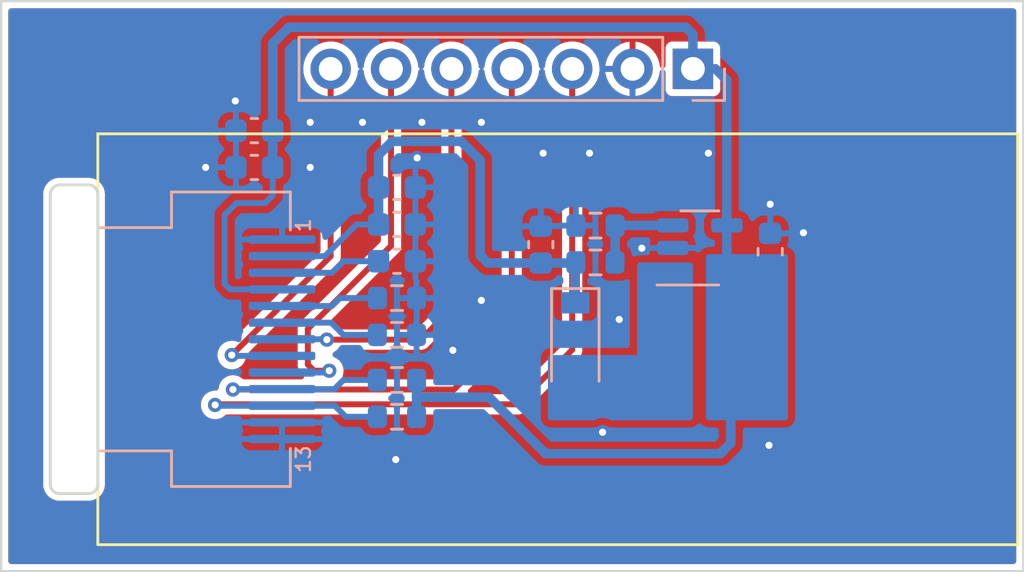
<source format=kicad_pcb>
(kicad_pcb (version 20211014) (generator pcbnew)
  (layers (0 "F.Cu" signal) (31 "B.Cu" signal) (34 "B.Paste" user) (35 "F.Paste" user) (36 "B.SilkS" user "B.Silkscreen") (37 "F.SilkS" user "F.Silkscreen") (38 "B.Mask" user) (39 "F.Mask" user) (44 "Edge.Cuts" user))
  (net 0 "")
  (net 1 "GND")
  (net 2 "VDD")
  (net 3 "+9V")
  (net 4 "Net-(C5-Pad1)")
  (net 5 "Net-(D1-Pad2)")
  (net 6 "DIN")
  (net 7 "CLK")
  (net 8 "CS")
  (net 9 "DC")
  (net 10 "RST")
  (net 11 "Net-(J2-Pad5)")
  (net 12 "Net-(J2-Pad6)")
  (net 13 "Net-(R1-Pad2)")
  (footprint "M17-SmartMic:OLED_Bare" (layer "F.Cu") (at 145.415 83.235)
    (fp_text reference "J2")
    (fp_text value "SH1107")
    (fp_text user "13" (at -10.7 5.05 90 unlocked) (layer "B.SilkS") (effects (font (size 0.6 0.6) (thickness 0.1))))
    (fp_text user "1" (at -10.7 -4.8 90 unlocked) (layer "B.SilkS") (effects (font (size 0.6 0.6) (thickness 0.1))))
    (fp_line (start -11.25 -6.2) (end -11.25 -4.6) (layer "B.SilkS") (width 0.12))
    (fp_line (start -16.25 -4.7) (end -16.25 -6.2) (layer "B.SilkS") (width 0.12))
    (fp_line (start -16.25 -6.2) (end -11.25 -6.2) (layer "B.SilkS") (width 0.12))
    (fp_line (start -19.25 -4.7) (end -16.25 -4.7) (layer "B.SilkS") (width 0.12))
    (fp_line (start -11.25 6.2) (end -11.25 4.6) (layer "B.SilkS") (width 0.12))
    (fp_line (start -19.25 4.7) (end -16.25 4.7) (layer "B.SilkS") (width 0.12))
    (fp_line (start -16.25 4.7) (end -16.25 6.2) (layer "B.SilkS") (width 0.12))
    (fp_line (start -16.25 6.2) (end -11.25 6.2) (layer "B.SilkS") (width 0.12))
    (fp_rect (start -19.35 -8.65) (end 19.35 8.65) (layer "F.SilkS") (width 0.12) (fill none))
    (fp_line (start -19.75 -6.5) (end -20.95 -6.5) (layer "Edge.Cuts") (width 0.12))
    (fp_line (start -21.35 -6.1) (end -21.35 6.1) (layer "Edge.Cuts") (width 0.12))
    (fp_line (start -20.95 6.5) (end -19.75 6.5) (layer "Edge.Cuts") (width 0.12))
    (fp_line (start -19.35 6.1) (end -19.35 -6.1) (layer "Edge.Cuts") (width 0.12))
    (fp_arc (start -19.35 6.1) (mid -19.467158 6.382842) (end -19.75 6.5) (layer "Edge.Cuts") (width 0.12))
    (fp_arc (start -20.95 6.5) (mid -21.232843 6.382843) (end -21.35 6.1) (layer "Edge.Cuts") (width 0.12))
    (fp_arc (start -19.75 -6.5) (mid -19.467157 -6.382843) (end -19.35 -6.1) (layer "Edge.Cuts") (width 0.12))
    (fp_arc (start -21.35 -6.1) (mid -21.232843 -6.382843) (end -20.95 -6.5) (layer "Edge.Cuts") (width 0.12))
    (pad "1" smd roundrect (at -11.6 -4.2) (size 2.8 0.35) (layers "B.Cu" "B.Paste" "B.Mask") (net 1 "GND"))
    (pad "2" smd roundrect (at -11.6 -3.5) (size 2.8 0.35) (layers "B.Cu" "B.Paste" "B.Mask") (net 3 "+9V"))
    (pad "3" smd roundrect (at -11.6 -2.8) (size 2.8 0.35) (layers "B.Cu" "B.Paste" "B.Mask") (net 4 "Net-(C5-Pad1)"))
    (pad "4" smd roundrect (at -11.6 -2.1) (size 2.8 0.35) (layers "B.Cu" "B.Paste" "B.Mask") (net 2 "VDD"))
    (pad "5" smd roundrect (at -11.6 -1.4) (size 2.8 0.35) (layers "B.Cu" "B.Paste" "B.Mask") (net 11 "Net-(J2-Pad5)"))
    (pad "6" smd roundrect (at -11.6 -0.7) (size 2.8 0.35) (layers "B.Cu" "B.Paste" "B.Mask") (net 12 "Net-(J2-Pad6)"))
    (pad "7" smd roundrect (at -11.6 0) (size 2.8 0.35) (layers "B.Cu" "B.Paste" "B.Mask") (net 8 "CS"))
    (pad "8" smd roundrect (at -11.6 0.7) (size 2.8 0.35) (layers "B.Cu" "B.Paste" "B.Mask") (net 10 "RST"))
    (pad "9" smd roundrect (at -11.6 1.4) (size 2.8 0.35) (layers "B.Cu" "B.Paste" "B.Mask") (net 9 "DC"))
    (pad "10" smd roundrect (at -11.6 2.1) (size 2.8 0.35) (layers "B.Cu" "B.Paste" "B.Mask") (net 7 "CLK"))
    (pad "11" smd roundrect (at -11.6 2.8) (size 2.8 0.35) (layers "B.Cu" "B.Paste" "B.Mask") (net 6 "DIN"))
    (pad "12" smd roundrect (at -11.6 3.5) (size 2.8 0.35) (layers "B.Cu" "B.Paste" "B.Mask") (net 1 "GND"))
    (pad "13" smd roundrect (at -11.6 4.2) (size 2.8 0.35) (layers "B.Cu" "B.Paste" "B.Mask") (net 1 "GND"))
  )
  (footprint "Resistor_SMD:R_0603_1608Metric" (layer "B.Cu") (at 138.65 86.5)
    (fp_text reference "R3")
    (fp_text value "4k7")
    (fp_line (start -0.237258 -0.5225) (end 0.237258 -0.5225) (layer "B.SilkS") (width 0.12))
    (fp_line (start -0.237258 0.5225) (end 0.237258 0.5225) (layer "B.SilkS") (width 0.12))
    (pad "1" smd roundrect (at -0.825 0) (size 0.8 0.95) (layers "B.Cu" "B.Paste" "B.Mask") (net 6 "DIN"))
    (pad "2" smd roundrect (at 0.825 0) (size 0.8 0.95) (layers "B.Cu" "B.Paste" "B.Mask") (net 2 "VDD"))
  )
  (footprint "Resistor_SMD:R_0603_1608Metric" (layer "B.Cu") (at 138.65 84.95 180)
    (fp_text reference "R4")
    (fp_text value "4k7")
    (fp_line (start -0.237258 -0.5225) (end 0.237258 -0.5225) (layer "B.SilkS") (width 0.12))
    (fp_line (start -0.237258 0.5225) (end 0.237258 0.5225) (layer "B.SilkS") (width 0.12))
    (pad "1" smd roundrect (at -0.825 0 180) (size 0.8 0.95) (layers "B.Cu" "B.Paste" "B.Mask") (net 2 "VDD"))
    (pad "2" smd roundrect (at 0.825 0 180) (size 0.8 0.95) (layers "B.Cu" "B.Paste" "B.Mask") (net 7 "CLK"))
  )
  (footprint "Capacitor_SMD:C_0603_1608Metric" (layer "B.Cu") (at 138.65 79.95)
    (fp_text reference "C5")
    (fp_text value "2u2")
    (fp_line (start -0.14058 -0.51) (end 0.14058 -0.51) (layer "B.SilkS") (width 0.12))
    (fp_line (start -0.14058 0.51) (end 0.14058 0.51) (layer "B.SilkS") (width 0.12))
    (pad "1" smd roundrect (at -0.775 0) (size 0.9 0.95) (layers "B.Cu" "B.Paste" "B.Mask") (net 4 "Net-(C5-Pad1)"))
    (pad "2" smd roundrect (at 0.775 0) (size 0.9 0.95) (layers "B.Cu" "B.Paste" "B.Mask") (net 1 "GND"))
  )
  (footprint "Capacitor_SMD:C_0603_1608Metric" (layer "B.Cu") (at 138.65 78.4)
    (fp_text reference "C6")
    (fp_text value "100n")
    (fp_line (start -0.14058 0.51) (end 0.14058 0.51) (layer "B.SilkS") (width 0.12))
    (fp_line (start -0.14058 -0.51) (end 0.14058 -0.51) (layer "B.SilkS") (width 0.12))
    (pad "1" smd roundrect (at -0.775 0) (size 0.9 0.95) (layers "B.Cu" "B.Paste" "B.Mask") (net 3 "+9V"))
    (pad "2" smd roundrect (at 0.775 0) (size 0.9 0.95) (layers "B.Cu" "B.Paste" "B.Mask") (net 1 "GND"))
  )
  (footprint "Resistor_SMD:R_0603_1608Metric" (layer "B.Cu") (at 147 78.45 180)
    (fp_text reference "R2")
    (fp_text value "180k")
    (fp_line (start -0.237258 -0.5225) (end 0.237258 -0.5225) (layer "B.SilkS") (width 0.12))
    (fp_line (start -0.237258 0.5225) (end 0.237258 0.5225) (layer "B.SilkS") (width 0.12))
    (pad "1" smd roundrect (at -0.825 0 180) (size 0.8 0.95) (layers "B.Cu" "B.Paste" "B.Mask") (net 13 "Net-(R1-Pad2)"))
    (pad "2" smd roundrect (at 0.825 0 180) (size 0.8 0.95) (layers "B.Cu" "B.Paste" "B.Mask") (net 1 "GND"))
  )
  (footprint "Capacitor_SMD:C_0603_1608Metric" (layer "B.Cu") (at 132.65 76 180)
    (fp_text reference "C3")
    (fp_text value "100n")
    (fp_line (start -0.14058 0.51) (end 0.14058 0.51) (layer "B.SilkS") (width 0.12))
    (fp_line (start -0.14058 -0.51) (end 0.14058 -0.51) (layer "B.SilkS") (width 0.12))
    (pad "1" smd roundrect (at -0.775 0 180) (size 0.9 0.95) (layers "B.Cu" "B.Paste" "B.Mask") (net 2 "VDD"))
    (pad "2" smd roundrect (at 0.775 0 180) (size 0.9 0.95) (layers "B.Cu" "B.Paste" "B.Mask") (net 1 "GND"))
  )
  (footprint "Capacitor_SMD:C_0603_1608Metric" (layer "B.Cu") (at 144.7 79.25 90)
    (fp_text reference "C2")
    (fp_text value "1u")
    (fp_line (start -0.14058 -0.51) (end 0.14058 -0.51) (layer "B.SilkS") (width 0.12))
    (fp_line (start -0.14058 0.51) (end 0.14058 0.51) (layer "B.SilkS") (width 0.12))
    (pad "1" smd roundrect (at -0.775 0 90) (size 0.9 0.95) (layers "B.Cu" "B.Paste" "B.Mask") (net 3 "+9V"))
    (pad "2" smd roundrect (at 0.775 0 90) (size 0.9 0.95) (layers "B.Cu" "B.Paste" "B.Mask") (net 1 "GND"))
  )
  (footprint "Resistor_SMD:R_0603_1608Metric" (layer "B.Cu") (at 138.65 83.05)
    (fp_text reference "R6")
    (fp_text value "560k")
    (fp_line (start -0.237258 0.5225) (end 0.237258 0.5225) (layer "B.SilkS") (width 0.12))
    (fp_line (start -0.237258 -0.5225) (end 0.237258 -0.5225) (layer "B.SilkS") (width 0.12))
    (pad "1" smd roundrect (at -0.825 0) (size 0.8 0.95) (layers "B.Cu" "B.Paste" "B.Mask") (net 12 "Net-(J2-Pad6)"))
    (pad "2" smd roundrect (at 0.825 0) (size 0.8 0.95) (layers "B.Cu" "B.Paste" "B.Mask") (net 1 "GND"))
  )
  (footprint "Resistor_SMD:R_0603_1608Metric" (layer "B.Cu") (at 138.65 81.5)
    (fp_text reference "R5")
    (fp_text value "4k7")
    (fp_line (start -0.237258 -0.5225) (end 0.237258 -0.5225) (layer "B.SilkS") (width 0.12))
    (fp_line (start -0.237258 0.5225) (end 0.237258 0.5225) (layer "B.SilkS") (width 0.12))
    (pad "1" smd roundrect (at -0.825 0) (size 0.8 0.95) (layers "B.Cu" "B.Paste" "B.Mask") (net 11 "Net-(J2-Pad5)"))
    (pad "2" smd roundrect (at 0.825 0) (size 0.8 0.95) (layers "B.Cu" "B.Paste" "B.Mask") (net 1 "GND"))
  )
  (footprint "Capacitor_SMD:C_0603_1608Metric" (layer "B.Cu") (at 132.65 74.45 180)
    (fp_text reference "C4")
    (fp_text value "4u7")
    (fp_line (start -0.14058 -0.51) (end 0.14058 -0.51) (layer "B.SilkS") (width 0.12))
    (fp_line (start -0.14058 0.51) (end 0.14058 0.51) (layer "B.SilkS") (width 0.12))
    (pad "1" smd roundrect (at -0.775 0 180) (size 0.9 0.95) (layers "B.Cu" "B.Paste" "B.Mask") (net 2 "VDD"))
    (pad "2" smd roundrect (at 0.775 0 180) (size 0.9 0.95) (layers "B.Cu" "B.Paste" "B.Mask") (net 1 "GND"))
  )
  (footprint "Connector_PinHeader_2.54mm:PinHeader_1x07_P2.54mm_Vertical" (layer "B.Cu") (at 151.1 71.85 90)
    (fp_text reference "J1")
    (fp_text value "Header")
    (fp_line (start -1.33 -1.27) (end -1.33 -16.57) (layer "B.SilkS") (width 0.12))
    (fp_line (start -1.33 -16.57) (end 1.33 -16.57) (layer "B.SilkS") (width 0.12))
    (fp_line (start -1.33 0) (end -1.33 1.33) (layer "B.SilkS") (width 0.12))
    (fp_line (start -1.33 -1.27) (end 1.33 -1.27) (layer "B.SilkS") (width 0.12))
    (fp_line (start -1.33 1.33) (end 0 1.33) (layer "B.SilkS") (width 0.12))
    (fp_line (start 1.33 -1.27) (end 1.33 -16.57) (layer "B.SilkS") (width 0.12))
    (pad "1" thru_hole rect (at 0 0 90) (size 1.7 1.7) (drill 1) (layers *.Cu *.Mask) (net 2 "VDD"))
    (pad "2" thru_hole oval (at 0 -2.54 90) (size 1.7 1.7) (drill 1) (layers *.Cu *.Mask) (net 1 "GND"))
    (pad "3" thru_hole oval (at 0 -5.08 90) (size 1.7 1.7) (drill 1) (layers *.Cu *.Mask) (net 6 "DIN"))
    (pad "4" thru_hole oval (at 0 -7.62 90) (size 1.7 1.7) (drill 1) (layers *.Cu *.Mask) (net 7 "CLK"))
    (pad "5" thru_hole oval (at 0 -10.16 90) (size 1.7 1.7) (drill 1) (layers *.Cu *.Mask) (net 8 "CS"))
    (pad "6" thru_hole oval (at 0 -12.7 90) (size 1.7 1.7) (drill 1) (layers *.Cu *.Mask) (net 9 "DC"))
    (pad "7" thru_hole oval (at 0 -15.24 90) (size 1.7 1.7) (drill 1) (layers *.Cu *.Mask) (net 10 "RST"))
  )
  (footprint "Resistor_SMD:R_0603_1608Metric" (layer "B.Cu") (at 147 80)
    (fp_text reference "R1")
    (fp_text value "1.2M")
    (fp_line (start -0.237258 -0.5225) (end 0.237258 -0.5225) (layer "B.SilkS") (width 0.12))
    (fp_line (start -0.237258 0.5225) (end 0.237258 0.5225) (layer "B.SilkS") (width 0.12))
    (pad "1" smd roundrect (at -0.825 0) (size 0.8 0.95) (layers "B.Cu" "B.Paste" "B.Mask") (net 3 "+9V"))
    (pad "2" smd roundrect (at 0.825 0) (size 0.8 0.95) (layers "B.Cu" "B.Paste" "B.Mask") (net 13 "Net-(R1-Pad2)"))
  )
  (footprint "M17-SmartMic:SMRH3D16" (layer "B.Cu") (at 151.4 84.15 180)
    (fp_text reference "L1" hide)
    (fp_text value "10u")
    (pad "1" smd roundrect (at -1.35 0 180) (size 1.5 4.5) (layers "B.Cu" "B.Paste" "B.Mask") (net 2 "VDD"))
    (pad "2" smd roundrect (at 1.35 0 180) (size 1.5 4.5) (layers "B.Cu" "B.Paste" "B.Mask") (net 5 "Net-(D1-Pad2)"))
  )
  (footprint "Capacitor_SMD:C_0603_1608Metric" (layer "B.Cu") (at 138.65 76.84)
    (fp_text reference "C7")
    (fp_text value "4u7")
    (fp_line (start -0.14058 -0.51) (end 0.14058 -0.51) (layer "B.SilkS") (width 0.12))
    (fp_line (start -0.14058 0.51) (end 0.14058 0.51) (layer "B.SilkS") (width 0.12))
    (pad "1" smd roundrect (at -0.775 0) (size 0.9 0.95) (layers "B.Cu" "B.Paste" "B.Mask") (net 3 "+9V"))
    (pad "2" smd roundrect (at 0.775 0) (size 0.9 0.95) (layers "B.Cu" "B.Paste" "B.Mask") (net 1 "GND"))
  )
  (footprint "Package_TO_SOT_SMD:SOT-23-5" (layer "B.Cu") (at 151.39 79.39)
    (fp_text reference "U1")
    (fp_text value "AP3012")
    (fp_line (start 0 1.56) (end -1.8 1.56) (layer "B.SilkS") (width 0.12))
    (fp_line (start 0 1.56) (end 0.8 1.56) (layer "B.SilkS") (width 0.12))
    (fp_line (start 0 -1.56) (end -0.8 -1.56) (layer "B.SilkS") (width 0.12))
    (fp_line (start 0 -1.56) (end 0.8 -1.56) (layer "B.SilkS") (width 0.12))
    (pad "1" smd roundrect (at -1.1375 0.95) (size 1.325 0.6) (layers "B.Cu" "B.Paste" "B.Mask") (net 5 "Net-(D1-Pad2)"))
    (pad "2" smd roundrect (at -1.1375 0) (size 1.325 0.6) (layers "B.Cu" "B.Paste" "B.Mask") (net 1 "GND"))
    (pad "3" smd roundrect (at -1.1375 -0.95) (size 1.325 0.6) (layers "B.Cu" "B.Paste" "B.Mask") (net 13 "Net-(R1-Pad2)"))
    (pad "4" smd roundrect (at 1.1375 -0.95) (size 1.325 0.6) (layers "B.Cu" "B.Paste" "B.Mask") (net 2 "VDD"))
    (pad "5" smd roundrect (at 1.1375 0.95) (size 1.325 0.6) (layers "B.Cu" "B.Paste" "B.Mask") (net 2 "VDD"))
  )
  (footprint "Capacitor_SMD:C_0603_1608Metric" (layer "B.Cu") (at 154.35 79.55 -90)
    (fp_text reference "C1")
    (fp_text value "1u")
    (fp_line (start -0.14058 0.51) (end 0.14058 0.51) (layer "B.SilkS") (width 0.12))
    (fp_line (start -0.14058 -0.51) (end 0.14058 -0.51) (layer "B.SilkS") (width 0.12))
    (pad "1" smd roundrect (at -0.775 0 270) (size 0.9 0.95) (layers "B.Cu" "B.Paste" "B.Mask") (net 1 "GND"))
    (pad "2" smd roundrect (at 0.775 0 270) (size 0.9 0.95) (layers "B.Cu" "B.Paste" "B.Mask") (net 2 "VDD"))
  )
  (footprint "Diode_SMD:D_SOD-123" (layer "B.Cu") (at 146.15 83.35 -90)
    (fp_text reference "D1")
    (fp_text value "MBR0530")
    (fp_line (start -2.25 -1) (end 1.65 -1) (layer "B.SilkS") (width 0.12))
    (fp_line (start -2.25 1) (end -2.25 -1) (layer "B.SilkS") (width 0.12))
    (fp_line (start -2.25 1) (end 1.65 1) (layer "B.SilkS") (width 0.12))
    (pad "1" smd rect (at -1.65 0 270) (size 0.9 1.2) (layers "B.Cu" "B.Paste" "B.Mask") (net 3 "+9V"))
    (pad "2" smd rect (at 1.65 0 270) (size 0.9 1.2) (layers "B.Cu" "B.Paste" "B.Mask") (net 5 "Net-(D1-Pad2)"))
  )
  (gr_rect (start 122 69) (end 165 93) (layer "Edge.Cuts") (width 0.1) (fill none))
  (via (at 146.75 75.4) (size 0.6) (drill 0.3) (layers "F.Cu" "B.Cu") (net 1))
  (via (at 138.6 88.3) (size 0.6) (drill 0.3) (layers "F.Cu" "B.Cu") (net 1))
  (via (at 148.95 79.4) (size 0.6) (drill 0.3) (layers "F.Cu" "B.Cu") (net 1))
  (via (at 135 76) (size 0.6) (drill 0.3) (layers "F.Cu" "B.Cu") (net 1))
  (via (at 155.75 78.75) (size 0.6) (drill 0.3) (layers "F.Cu" "B.Cu") (net 1))
  (via (at 151.75 75.4) (size 0.6) (drill 0.3) (layers "F.Cu" "B.Cu") (net 1))
  (via (at 131.85 73.2) (size 0.6) (drill 0.3) (layers "F.Cu" "B.Cu") (net 1))
  (via (at 130.6 76) (size 0.6) (drill 0.3) (layers "F.Cu" "B.Cu") (net 1))
  (via (at 135 74.1) (size 0.6) (drill 0.3) (layers "F.Cu" "B.Cu") (net 1))
  (via (at 154.3 87.7) (size 0.6) (drill 0.3) (layers "F.Cu" "B.Cu") (net 1))
  (via (at 137.2 74.1) (size 0.6) (drill 0.3) (layers "F.Cu" "B.Cu") (net 1))
  (via (at 141 83.7) (size 0.6) (drill 0.3) (layers "F.Cu" "B.Cu") (net 1))
  (via (at 139.5 75.6) (size 0.6) (drill 0.3) (layers "F.Cu" "B.Cu") (net 1))
  (via (at 148 82.4) (size 0.6) (drill 0.3) (layers "F.Cu" "B.Cu") (net 1))
  (via (at 154.35 77.55) (size 0.6) (drill 0.3) (layers "F.Cu" "B.Cu") (net 1))
  (via (at 144.8 75.4) (size 0.6) (drill 0.3) (layers "F.Cu" "B.Cu") (net 1))
  (via (at 142.2 74.1) (size 0.6) (drill 0.3) (layers "F.Cu" "B.Cu") (net 1))
  (via (at 147.3 87.15) (size 0.6) (drill 0.3) (layers "F.Cu" "B.Cu") (net 1))
  (via (at 142.2 81.6) (size 0.6) (drill 0.3) (layers "F.Cu" "B.Cu") (net 1))
  (via (at 139.7 74.1) (size 0.6) (drill 0.3) (layers "F.Cu" "B.Cu") (net 1))
  (segment (start 139.475 85.675) (end 139.475 86.5) (width 0.4) (layer "B.Cu") (net 2))
  (segment (start 133.1 77.5) (end 133.425 77.175) (width 0.25) (layer "B.Cu") (net 2))
  (segment (start 131.9 77.5) (end 133.1 77.5) (width 0.25) (layer "B.Cu") (net 2))
  (segment (start 133.815 81.135) (end 131.635 81.135) (width 0.25) (layer "B.Cu") (net 2))
  (segment (start 142.525 85.675) (end 144.9 88.05) (width 0.4) (layer "B.Cu") (net 2))
  (segment (start 152.05 71.85) (end 151.1 71.85) (width 0.4) (layer "B.Cu") (net 2))
  (segment (start 133.425 77.175) (end 133.425 76) (width 0.25) (layer "B.Cu") (net 2))
  (segment (start 131.4 80.9) (end 131.4 78) (width 0.25) (layer "B.Cu") (net 2))
  (segment (start 144.9 88.05) (end 152.25 88.05) (width 0.4) (layer "B.Cu") (net 2))
  (segment (start 152.69349 87.60651) (end 152.69349 85.39349) (width 0.4) (layer "B.Cu") (net 2))
  (segment (start 139.475 85.675) (end 142.525 85.675) (width 0.4) (layer "B.Cu") (net 2))
  (segment (start 150.8 70.1) (end 151.1 70.4) (width 0.4) (layer "B.Cu") (net 2))
  (segment (start 133.425 74.45) (end 133.425 76) (width 0.4) (layer "B.Cu") (net 2))
  (segment (start 133.425 70.775) (end 134.1 70.1) (width 0.4) (layer "B.Cu") (net 2))
  (segment (start 131.4 78) (end 131.9 77.5) (width 0.25) (layer "B.Cu") (net 2))
  (segment (start 139.475 84.95) (end 139.475 85.675) (width 0.4) (layer "B.Cu") (net 2))
  (segment (start 134.1 70.1) (end 150.8 70.1) (width 0.4) (layer "B.Cu") (net 2))
  (segment (start 133.425 74.45) (end 133.425 70.775) (width 0.4) (layer "B.Cu") (net 2))
  (segment (start 152.25 88.05) (end 152.69349 87.60651) (width 0.4) (layer "B.Cu") (net 2))
  (segment (start 152.5275 72.3275) (end 152.05 71.85) (width 0.4) (layer "B.Cu") (net 2))
  (segment (start 152.5275 78.44) (end 152.5275 72.3275) (width 0.4) (layer "B.Cu") (net 2))
  (segment (start 151.1 70.4) (end 151.1 71.85) (width 0.4) (layer "B.Cu") (net 2))
  (segment (start 131.635 81.135) (end 131.4 80.9) (width 0.25) (layer "B.Cu") (net 2))
  (segment (start 152.5275 78.44) (end 152.5275 80.34) (width 0.4) (layer "B.Cu") (net 2))
  (segment (start 138.45 74.9) (end 141.35 74.9) (width 0.4) (layer "B.Cu") (net 3))
  (segment (start 135.615 79.735) (end 136.95 78.4) (width 0.25) (layer "B.Cu") (net 3))
  (segment (start 146.15 81.7) (end 146.15 80.025) (width 0.4) (layer "B.Cu") (net 3))
  (segment (start 144.7 80.025) (end 146.15 80.025) (width 0.4) (layer "B.Cu") (net 3))
  (segment (start 133.815 79.735) (end 135.615 79.735) (width 0.25) (layer "B.Cu") (net 3))
  (segment (start 136.95 78.4) (end 137.875 78.4) (width 0.25) (layer "B.Cu") (net 3))
  (segment (start 137.875 76.84) (end 137.875 78.4) (width 0.4) (layer "B.Cu") (net 3))
  (segment (start 142.15 75.7) (end 142.15 79.7) (width 0.4) (layer "B.Cu") (net 3))
  (segment (start 146.15 80.025) (end 146.175 80) (width 0.4) (layer "B.Cu") (net 3))
  (segment (start 141.35 74.9) (end 142.15 75.7) (width 0.4) (layer "B.Cu") (net 3))
  (segment (start 137.875 76.84) (end 137.875 75.475) (width 0.4) (layer "B.Cu") (net 3))
  (segment (start 137.875 75.475) (end 138.45 74.9) (width 0.4) (layer "B.Cu") (net 3))
  (segment (start 142.475 80.025) (end 144.7 80.025) (width 0.4) (layer "B.Cu") (net 3))
  (segment (start 142.15 79.7) (end 142.475 80.025) (width 0.4) (layer "B.Cu") (net 3))
  (segment (start 133.815 80.435) (end 135.915 80.435) (width 0.25) (layer "B.Cu") (net 4))
  (segment (start 136.4 79.95) (end 137.875 79.95) (width 0.25) (layer "B.Cu") (net 4))
  (segment (start 135.915 80.435) (end 136.4 79.95) (width 0.25) (layer "B.Cu") (net 4))
  (segment (start 131.025489 85.974511) (end 143.725489 85.974511) (width 0.25) (layer "F.Cu") (net 6))
  (segment (start 146.02 83.68) (end 146.02 71.85) (width 0.25) (layer "F.Cu") (net 6))
  (segment (start 131 86) (end 131.025489 85.974511) (width 0.25) (layer "F.Cu") (net 6))
  (segment (start 143.725489 85.974511) (end 146.02 83.68) (width 0.25) (layer "F.Cu") (net 6))
  (via (at 131 86) (size 0.6) (drill 0.3) (layers "F.Cu" "B.Cu") (net 6))
  (segment (start 133.815 86.035) (end 136.035 86.035) (width 0.25) (layer "B.Cu") (net 6))
  (segment (start 131 86) (end 131.035 86.035) (width 0.25) (layer "B.Cu") (net 6))
  (segment (start 136.5 86.5) (end 137.825 86.5) (width 0.25) (layer "B.Cu") (net 6))
  (segment (start 136.035 86.035) (end 136.5 86.5) (width 0.25) (layer "B.Cu") (net 6))
  (segment (start 131.035 86.035) (end 133.815 86.035) (width 0.25) (layer "B.Cu") (net 6))
  (segment (start 141.05 85.35) (end 131.75 85.35) (width 0.25) (layer "F.Cu") (net 7))
  (segment (start 143.48 71.85) (end 143.48 82.92) (width 0.25) (layer "F.Cu") (net 7))
  (segment (start 143.48 82.92) (end 141.05 85.35) (width 0.25) (layer "F.Cu") (net 7))
  (via (at 131.75 85.35) (size 0.6) (drill 0.3) (layers "F.Cu" "B.Cu") (net 7))
  (segment (start 136.015 85.335) (end 136.4 84.95) (width 0.25) (layer "B.Cu") (net 7))
  (segment (start 136.4 84.95) (end 137.825 84.95) (width 0.25) (layer "B.Cu") (net 7))
  (segment (start 133.815 85.335) (end 131.765 85.335) (width 0.25) (layer "B.Cu") (net 7))
  (segment (start 131.765 85.335) (end 131.75 85.35) (width 0.25) (layer "B.Cu") (net 7))
  (segment (start 133.815 85.335) (end 136.015 85.335) (width 0.25) (layer "B.Cu") (net 7))
  (segment (start 140.94 81.96) (end 139.65 83.25) (width 0.25) (layer "F.Cu") (net 8))
  (segment (start 140.94 71.85) (end 140.94 81.96) (width 0.25) (layer "F.Cu") (net 8))
  (segment (start 139.65 83.25) (end 135.7 83.25) (width 0.25) (layer "F.Cu") (net 8))
  (via (at 135.7 83.25) (size 0.6) (drill 0.3) (layers "F.Cu" "B.Cu") (net 8))
  (segment (start 133.815 83.235) (end 135.685 83.235) (width 0.25) (layer "B.Cu") (net 8))
  (segment (start 135.685 83.235) (end 135.7 83.25) (width 0.25) (layer "B.Cu") (net 8))
  (segment (start 135.1595 84.5595) (end 135.8 84.5595) (width 0.25) (layer "F.Cu") (net 9))
  (segment (start 134.9 84.3) (end 135.1595 84.5595) (width 0.25) (layer "F.Cu") (net 9))
  (segment (start 134.9 82.8) (end 134.9 84.3) (width 0.25) (layer "F.Cu") (net 9))
  (segment (start 138.4 79.3) (end 134.9 82.8) (width 0.25) (layer "F.Cu") (net 9))
  (segment (start 138.4 71.85) (end 138.4 79.3) (width 0.25) (layer "F.Cu") (net 9))
  (via (at 135.8 84.5595) (size 0.6) (drill 0.3) (layers "F.Cu" "B.Cu") (net 9))
  (segment (start 135.7245 84.635) (end 135.8 84.5595) (width 0.25) (layer "B.Cu") (net 9))
  (segment (start 133.815 84.635) (end 135.7245 84.635) (width 0.25) (layer "B.Cu") (net 9))
  (segment (start 135.86 71.85) (end 135.86 79.74) (width 0.25) (layer "F.Cu") (net 10))
  (segment (start 135.86 79.74) (end 131.7 83.9) (width 0.25) (layer "F.Cu") (net 10))
  (via (at 131.7 83.9) (size 0.6) (drill 0.3) (layers "F.Cu" "B.Cu") (net 10))
  (segment (start 133.815 83.935) (end 131.735 83.935) (width 0.25) (layer "B.Cu") (net 10))
  (segment (start 131.735 83.935) (end 131.7 83.9) (width 0.25) (layer "B.Cu") (net 10))
  (segment (start 133.815 81.835) (end 135.915 81.835) (width 0.25) (layer "B.Cu") (net 11))
  (segment (start 135.915 81.835) (end 136.25 81.5) (width 0.25) (layer "B.Cu") (net 11))
  (segment (start 136.25 81.5) (end 137.825 81.5) (width 0.25) (layer "B.Cu") (net 11))
  (segment (start 135.885 82.535) (end 136.4 83.05) (width 0.25) (layer "B.Cu") (net 12))
  (segment (start 136.4 83.05) (end 137.825 83.05) (width 0.25) (layer "B.Cu") (net 12))
  (segment (start 133.815 82.535) (end 135.885 82.535) (width 0.25) (layer "B.Cu") (net 12))
  (segment (start 150.2525 78.44) (end 147.835 78.44) (width 0.4) (layer "B.Cu") (net 13))
  (segment (start 147.825 80) (end 147.825 78.45) (width 0.4) (layer "B.Cu") (net 13))
  (segment (start 147.835 78.44) (end 147.825 78.45) (width 0.4) (layer "B.Cu") (net 13))
  (zone (net 1) (net_name "GND") (layers F&B.Cu) (connect_pads (clearance 0.3)) (min_thickness 0.25) (fill yes (thermal_gap 0.3) (thermal_bridge_width 0.25))
    (polygon (pts (xy 165 93) (xy 122 93) (xy 122 69) (xy 165 69)))
  )
  (zone (net 5) (net_name "Net-(D1-Pad2)") (layer "B.Cu") (priority 3) (connect_pads yes (clearance 0.3)) (min_thickness 0.25) (fill yes (thermal_gap 0.3) (thermal_bridge_width 0.25))
    (polygon (pts (xy 151.1 86.65) (xy 145 86.65) (xy 145 83.9) (xy 148.75 83.9) (xy 148.75 80) (xy 151.1 80)))
  )
  (zone (net 2) (net_name "VDD") (layer "B.Cu") (priority 3) (connect_pads yes (clearance 0.3)) (min_thickness 0.25) (fill yes (thermal_gap 0.3) (thermal_bridge_width 0.25))
    (polygon (pts (xy 155.1 86.65) (xy 151.65 86.65) (xy 151.65 79.65) (xy 155.1 79.65)))
  )
)
</source>
